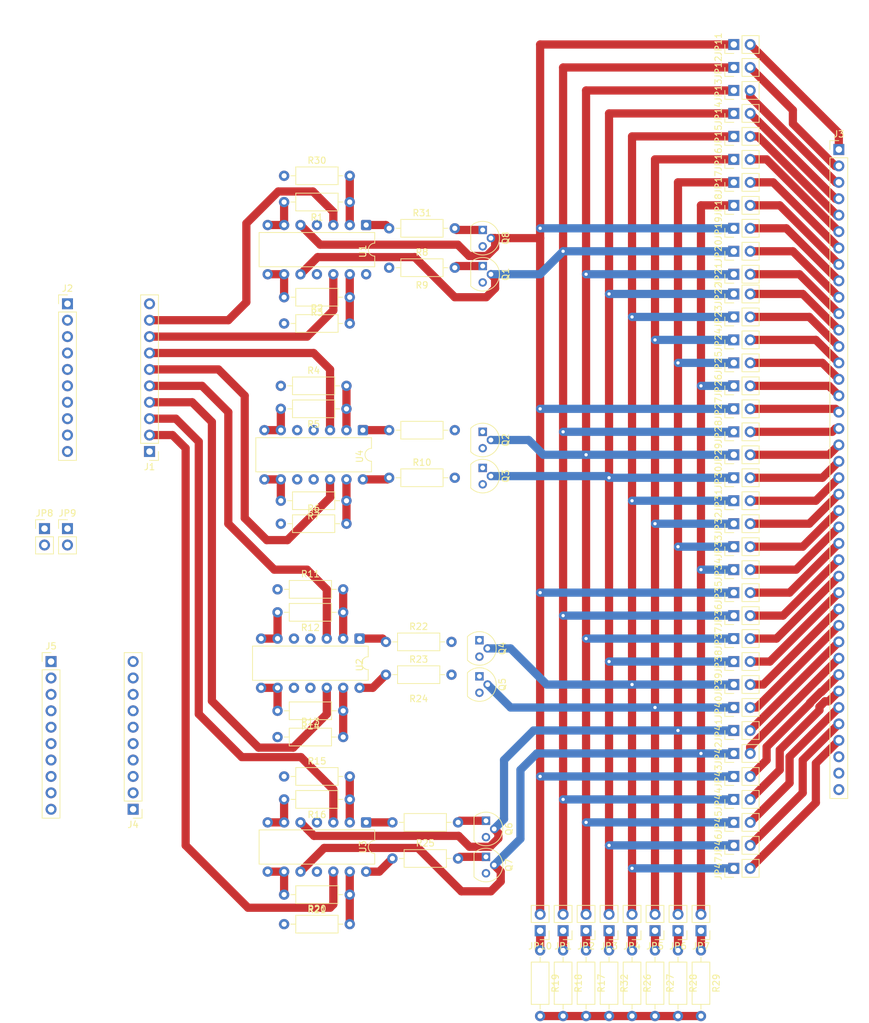
<source format=kicad_pcb>
(kicad_pcb (version 20241229) (generator "pcbnew") (generator_version "9.0")
  (layers (0 "F.Cu" signal) (2 "B.Cu" signal) (13 "F.Paste" user) (15 "B.Paste" user) (5 "F.SilkS" user "F.Silkscreen") (7 "B.SilkS" user "B.Silkscreen") (1 "F.Mask" user) (3 "B.Mask" user) (25 "Edge.Cuts" user))
  (net 0 "")
  (net 1 "/DAC6")
  (net 2 "/DAC4")
  (net 3 "/Vref")
  (net 4 "/DAC5")
  (net 5 "/DAC0")
  (net 6 "/DAC2")
  (net 7 "GND")
  (net 8 "/DAC3")
  (net 9 "/DAC7")
  (net 10 "/DAC1")
  (net 11 "/COM")
  (net 12 "/SCK2")
  (net 13 "/AD0")
  (net 14 "/REF")
  (net 16 "/SDA2")
  (net 17 "+3.3V")
  (net 19 "/AD1")
  (net 20 "Net-(J3-Pin_6)")
  (net 21 "Net-(J3-Pin_2)")
  (net 22 "Net-(J3-Pin_10)")
  (net 23 "Net-(J3-Pin_7)")
  (net 24 "Net-(J3-Pin_3)")
  (net 25 "Net-(J3-Pin_5)")
  (net 26 "Net-(J3-Pin_8)")
  (net 27 "Net-(J3-Pin_9)")
  (net 28 "Net-(J3-Pin_1)")
  (net 29 "Net-(J3-Pin_4)")
  (net 30 "/ADC4")
  (net 31 "/ADC6")
  (net 32 "/ADC5")
  (net 33 "/ADC0")
  (net 35 "/ADC7")
  (net 36 "/ADC3")
  (net 37 "/ADC1")
  (net 39 "/ADC2")
  (net 42 "/SCK1")
  (net 43 "/CLR")
  (net 45 "/SDA1")
  (net 46 "/LDAC")
  (net 48 "Net-(JP1-A)")
  (net 49 "/IO1")
  (net 50 "/IO2")
  (net 51 "Net-(JP2-A)")
  (net 52 "Net-(JP3-A)")
  (net 53 "/IO3")
  (net 54 "Net-(JP4-A)")
  (net 55 "/IO4")
  (net 56 "/IO5")
  (net 57 "Net-(JP5-A)")
  (net 58 "Net-(JP6-A)")
  (net 59 "/IO6")
  (net 60 "Net-(JP7-A)")
  (net 61 "/IO7")
  (net 62 "/IO0")
  (net 63 "Net-(JP10-A)")
  (net 64 "Net-(J3-Pin_11)")
  (net 65 "Net-(J3-Pin_12)")
  (net 66 "Net-(J3-Pin_13)")
  (net 67 "Net-(J3-Pin_14)")
  (net 68 "Net-(J3-Pin_15)")
  (net 69 "Net-(J3-Pin_16)")
  (net 70 "Net-(J3-Pin_17)")
  (net 71 "Net-(J3-Pin_18)")
  (net 72 "Net-(J3-Pin_19)")
  (net 73 "Net-(J3-Pin_20)")
  (net 74 "Net-(J3-Pin_21)")
  (net 75 "Net-(J3-Pin_22)")
  (net 76 "Net-(J3-Pin_23)")
  (net 77 "Net-(J3-Pin_24)")
  (net 78 "Net-(J3-Pin_25)")
  (net 79 "Net-(J3-Pin_26)")
  (net 80 "Net-(J3-Pin_27)")
  (net 81 "Net-(J3-Pin_28)")
  (net 82 "Net-(J3-Pin_29)")
  (net 83 "Net-(J3-Pin_30)")
  (net 84 "Net-(J3-Pin_31)")
  (net 85 "Net-(J3-Pin_32)")
  (net 86 "Net-(J3-Pin_33)")
  (net 87 "Net-(J3-Pin_34)")
  (net 88 "Net-(J3-Pin_35)")
  (net 89 "Net-(J3-Pin_36)")
  (net 90 "Net-(J3-Pin_37)")
  (net 91 "Net-(Q1-B)")
  (net 92 "Net-(Q2-B)")
  (net 93 "Net-(Q3-B)")
  (net 94 "Net-(Q4-B)")
  (net 95 "Net-(Q5-B)")
  (net 96 "Net-(Q6-B)")
  (net 97 "Net-(Q7-B)")
  (net 98 "Net-(Q8-B)")
  (net 99 "Net-(U1B--)")
  (net 100 "Net-(U4B--)")
  (net 101 "Net-(R8-Pad1)")
  (net 102 "Net-(R9-Pad1)")
  (net 103 "Net-(R10-Pad1)")
  (net 104 "Net-(U2B--)")
  (net 105 "Net-(U3B--)")
  (net 106 "-12V")
  (net 107 "Net-(R22-Pad1)")
  (net 108 "Net-(R23-Pad1)")
  (net 109 "Net-(R24-Pad1)")
  (net 110 "Net-(R25-Pad1)")
  (net 111 "Net-(R31-Pad1)")
  (net 112 "+6V")
  (net 113 "Net-(U1C--)")
  (net 114 "Net-(U4C--)")
  (net 115 "Net-(U2C--)")
  (net 116 "Net-(U3C--)")
  (footprint "Resistor_THT:R_Axial_DIN0207_L6.3mm_D2.5mm_P10.16mm_Horizontal" (layer "F.Cu") (at 186.944 45.212 180)
    (property "Reference" "R1")
    (property "Value" "10k")
  )
  (footprint "Connector_PinHeader_2.54mm:PinHeader_1x02_P2.54mm_Vertical" (layer "F.Cu") (at 219.964 157.988 180)
    (property "Reference" "JP1")
    (property "Value" "Jumper_2_Bridged")
  )
  (footprint "Resistor_THT:R_Axial_DIN0207_L6.3mm_D2.5mm_P10.16mm_Horizontal" (layer "F.Cu") (at 192.532 118.364)
    (property "Reference" "R23")
    (property "Value" "499")
  )
  (footprint "Resistor_THT:R_Axial_DIN0207_L6.3mm_D2.5mm_P10.16mm_Horizontal" (layer "F.Cu") (at 216.408 161.036 -90)
    (property "Reference" "R19")
    (property "Value" "2k")
  )
  (footprint "Connector_PinHeader_2.54mm:PinHeader_1x02_P2.54mm_Vertical" (layer "F.Cu") (at 139.7 95.753)
    (property "Reference" "JP8")
    (property "Value" "Jumper_2_Bridged")
  )
  (footprint "Connector_PinHeader_2.54mm:PinHeader_1x02_P2.54mm_Vertical" (layer "F.Cu") (at 246.38 127 90)
    (property "Reference" "JP41")
    (property "Value" "Jumper_2_Bridged")
  )
  (footprint "Resistor_THT:R_Axial_DIN0207_L6.3mm_D2.5mm_P10.16mm_Horizontal" (layer "F.Cu") (at 185.928 108.712 180)
    (property "Reference" "R12")
    (property "Value" "10k")
  )
  (footprint "Resistor_THT:R_Axial_DIN0207_L6.3mm_D2.5mm_P10.16mm_Horizontal" (layer "F.Cu") (at 227.076 161.036 -90)
    (property "Reference" "R32")
    (property "Value" "2k")
  )
  (footprint "Connector_PinHeader_2.54mm:PinHeader_1x02_P2.54mm_Vertical" (layer "F.Cu") (at 246.38 130.556 90)
    (property "Reference" "JP42")
    (property "Value" "Jumper_2_Bridged")
  )
  (footprint "Connector_PinHeader_2.54mm:PinHeader_1x02_P2.54mm_Vertical" (layer "F.Cu") (at 246.38 119.888 90)
    (property "Reference" "JP39")
    (property "Value" "Jumper_2_Bridged")
  )
  (footprint "Resistor_THT:R_Axial_DIN0207_L6.3mm_D2.5mm_P10.16mm_Horizontal" (layer "F.Cu") (at 230.632 161.036 -90)
    (property "Reference" "R26")
    (property "Value" "2k")
  )
  (footprint "Resistor_THT:R_Axial_DIN0207_L6.3mm_D2.5mm_P10.16mm_Horizontal" (layer "F.Cu") (at 176.276 73.66)
    (property "Reference" "R4")
    (property "Value" "2.5k")
  )
  (footprint "Resistor_THT:R_Axial_DIN0207_L6.3mm_D2.5mm_P10.16mm_Horizontal" (layer "F.Cu") (at 176.784 41.148)
    (property "Reference" "R30")
    (property "Value" "2.5k")
  )
  (footprint "Resistor_THT:R_Axial_DIN0207_L6.3mm_D2.5mm_P10.16mm_Horizontal" (layer "F.Cu") (at 186.436 91.44 180)
    (property "Reference" "R7")
    (property "Value" "10k")
  )
  (footprint "Resistor_THT:R_Axial_DIN0207_L6.3mm_D2.5mm_P10.16mm_Horizontal" (layer "F.Cu") (at 176.276 94.996)
    (property "Reference" "R6")
    (property "Value" "2.5k")
  )
  (footprint "Resistor_THT:R_Axial_DIN0207_L6.3mm_D2.5mm_P10.16mm_Horizontal" (layer "F.Cu") (at 185.928 123.952 180)
    (property "Reference" "R14")
    (property "Value" "10k")
  )
  (footprint "Resistor_THT:R_Axial_DIN0207_L6.3mm_D2.5mm_P10.16mm_Horizontal" (layer "F.Cu") (at 193.04 55.372)
    (property "Reference" "R8")
    (property "Value" "499")
  )
  (footprint "Package_TO_SOT_THT:TO-92" (layer "F.Cu") (at 208.026 140.97 -90)
    (property "Reference" "Q6")
    (property "Value" "Q_NPN_BEC")
  )
  (footprint "Resistor_THT:R_Axial_DIN0207_L6.3mm_D2.5mm_P10.16mm_Horizontal" (layer "F.Cu") (at 193.04 49.276)
    (property "Reference" "R31")
    (property "Value" "499")
  )
  (footprint "Resistor_THT:R_Axial_DIN0207_L6.3mm_D2.5mm_P10.16mm_Horizontal" (layer "F.Cu") (at 186.944 59.944 180)
    (property "Reference" "R3")
    (property "Value" "10k")
  )
  (footprint "Package_DIP:DIP-14_W7.62mm" (layer "F.Cu") (at 188.468 112.776 -90)
    (property "Reference" "U2")
    (property "Value" "TL084")
  )
  (footprint "Connector_PinHeader_2.54mm:PinHeader_1x02_P2.54mm_Vertical" (layer "F.Cu") (at 246.38 141.224 90)
    (property "Reference" "JP45")
    (property "Value" "Jumper_2_Bridged")
  )
  (footprint "Connector_PinHeader_2.54mm:PinHeader_1x02_P2.54mm_Vertical" (layer "F.Cu") (at 246.38 94.996 90)
    (property "Reference" "JP32")
    (property "Value" "Jumper_2_Bridged")
  )
  (footprint "Resistor_THT:R_Axial_DIN0207_L6.3mm_D2.5mm_P10.16mm_Horizontal" (layer "F.Cu") (at 186.436 77.216 180)
    (property "Reference" "R5")
    (property "Value" "10k")
  )
  (footprint "Connector_PinHeader_2.54mm:PinHeader_1x02_P2.54mm_Vertical" (layer "F.Cu") (at 246.38 137.668 90)
    (property "Reference" "JP44")
    (property "Value" "Jumper_2_Bridged")
  )
  (footprint "Connector_PinHeader_2.54mm:PinHeader_1x02_P2.54mm_Vertical" (layer "F.Cu") (at 246.38 91.44 90)
    (property "Reference" "JP31")
    (property "Value" "Jumper_2_Bridged")
  )
  (footprint "Connector_PinHeader_2.54mm:PinHeader_1x02_P2.54mm_Vertical" (layer "F.Cu") (at 246.38 42.164 90)
    (property "Reference" "JP17")
    (property "Value" "Jumper_2_Bridged")
  )
  (footprint "Resistor_THT:R_Axial_DIN0207_L6.3mm_D2.5mm_P10.16mm_Horizontal" (layer "F.Cu") (at 241.3 161.036 -90)
    (property "Reference" "R29")
    (property "Value" "2k")
  )
  (footprint "Connector_PinHeader_2.54mm:PinHeader_1x02_P2.54mm_Vertical" (layer "F.Cu") (at 246.38 105.664 90)
    (property "Reference" "JP35")
    (property "Value" "Jumper_2_Bridged")
  )
  (footprint "Connector_PinHeader_2.54mm:PinHeader_1x02_P2.54mm_Vertical" (layer "F.Cu") (at 246.38 66.548 90)
    (property "Reference" "JP24")
    (property "Value" "Jumper_2_Bridged")
  )
  (footprint "Connector_PinHeader_2.54mm:PinHeader_1x02_P2.54mm_Vertical" (layer "F.Cu") (at 241.3 157.988 180)
    (property "Reference" "JP7")
    (property "Value" "Jumper_2_Bridged")
  )
  (footprint "Connector_PinHeader_2.54mm:PinHeader_1x02_P2.54mm_Vertical" (layer "F.Cu") (at 246.38 102.108 90)
    (property "Reference" "JP34")
    (property "Value" "Jumper_2_Bridged")
  )
  (footprint "Package_TO_SOT_THT:TO-92" (layer "F.Cu") (at 208.026 146.558 -90)
    (property "Reference" "Q7")
    (property "Value" "Q_NPN_BEC")
  )
  (footprint "Resistor_THT:R_Axial_DIN0207_L6.3mm_D2.5mm_P10.16mm_Horizontal" (layer "F.Cu") (at 176.784 156.972)
    (property "Reference" "R20")
    (property "Value" "2.5k")
  )
  (footprint "Package_TO_SOT_THT:TO-92" (layer "F.Cu") (at 207.518 86.36 -90)
    (property "Reference" "Q3")
    (property "Value" "Q_NPN_BEC")
  )
  (footprint "Resistor_THT:R_Axial_DIN0207_L6.3mm_D2.5mm_P10.16mm_Horizontal" (layer "F.Cu") (at 176.784 64.008)
    (property "Reference" "R2")
    (property "Value" "2.5k")
  )
  (footprint "Connector_PinHeader_2.54mm:PinHeader_1x02_P2.54mm_Vertical" (layer "F.Cu") (at 246.38 77.216 90)
    (property "Reference" "JP27")
    (property "Value" "Jumper_2_Bridged")
  )
  (footprint "Package_TO_SOT_THT:TO-92" (layer "F.Cu") (at 207.01 113.03 -90)
    (property "Reference" "Q4")
    (property "Value" "Q_NPN_BEC")
  )
  (footprint "Connector_PinHeader_2.54mm:PinHeader_1x02_P2.54mm_Vertical" (layer "F.Cu") (at 246.38 112.776 90)
    (property "Reference" "JP37")
    (property "Value" "Jumper_2_Bridged")
  )
  (footprint "Package_TO_SOT_THT:TO-92" (layer "F.Cu") (at 207.518 55.118 -90)
    (property "Reference" "Q1")
    (property "Value" "Q_NPN_BEC")
  )
  (footprint "Connector_PinHeader_2.54mm:PinHeader_1x02_P2.54mm_Vertical" (layer "F.Cu") (at 143.256 95.753)
    (property "Reference" "JP9")
    (property "Value" "Jumper_2_Bridged")
  )
  (footprint "Connector_PinHeader_2.54mm:PinHeader_1x02_P2.54mm_Vertical" (layer "F.Cu") (at 246.38 80.772 90)
    (property "Reference" "JP28")
    (property "Value" "Jumper_2_Bridged")
  )
  (footprint "Connector_PinHeader_2.54mm:PinHeader_1x10_P2.54mm_Vertical" (layer "F.Cu") (at 155.956 83.82 180)
    (property "Reference" "J1")
    (property "Value" "DAC6578_2")
  )
  (footprint "Connector_PinHeader_2.54mm:PinHeader_1x02_P2.54mm_Vertical" (layer "F.Cu") (at 246.38 59.436 90)
    (property "Reference" "JP22")
    (property "Value" "Jumper_2_Bridged")
  )
  (footprint "Connector_PinHeader_2.54mm:PinHeader_1x02_P2.54mm_Vertical" (layer "F.Cu") (at 246.38 134.112 90)
    (property "Reference" "JP43")
    (property "Value" "Jumper_2_Bridged")
  )
  (footprint "Connector_PinHeader_2.54mm:PinHeader_1x10_P2.54mm_Vertical" (layer "F.Cu") (at 140.716 116.332)
    (property "Reference" "J5")
    (property "Value" "DAC6578_1")
  )
  (footprint "Connector_PinHeader_2.54mm:PinHeader_1x02_P2.54mm_Vertical" (layer "F.Cu") (at 246.38 84.328 90)
    (property "Reference" "JP29")
    (property "Value" "Jumper_2_Bridged")
  )
  (footprint "Resistor_THT:R_Axial_DIN0207_L6.3mm_D2.5mm_P10.16mm_Horizontal" (layer "F.Cu") (at 193.04 87.884)
    (property "Reference" "R10")
    (property "Value" "499")
  )
  (footprint "Connector_PinHeader_2.54mm:PinHeader_1x02_P2.54mm_Vertical" (layer "F.Cu") (at 246.38 87.884 90)
    (property "Reference" "JP30")
    (property "Value" "Jumper_2_Bridged")
  )
  (footprint "Connector_PinHeader_2.54mm:PinHeader_1x02_P2.54mm_Vertical" (layer "F.Cu") (at 246.38 123.444 90)
    (property "Reference" "JP40")
    (property "Value" "Jumper_2_Bridged")
  )
  (footprint "Connector_PinHeader_2.54mm:PinHeader_1x02_P2.54mm_Vertical" (layer "F.Cu") (at 246.38 45.72 90)
    (property "Reference" "JP18")
    (property "Value" "Jumper_2_Bridged")
  )
  (footprint "Connector_PinHeader_2.54mm:PinHeader_1x02_P2.54mm_Vertical" (layer "F.Cu") (at 230.632 157.988 180)
    (property "Reference" "JP4")
    (property "Value" "Jumper_2_Bridged")
  )
  (footprint "Resistor_THT:R_Axial_DIN0207_L6.3mm_D2.5mm_P10.16mm_Horizontal" (layer "F.Cu") (at 186.944 152.4 180)
    (property "Reference" "R21")
    (property "Value" "10k")
  )
  (footprint "Resistor_THT:R_Axial_DIN0207_L6.3mm_D2.5mm_P10.16mm_Horizontal" (layer "F.Cu") (at 193.04 80.518)
    (property "Reference" "R9")
    (property "Value" "499")
  )
  (footprint "Connector_PinHeader_2.54mm:PinHeader_1x02_P2.54mm_Vertical" (layer "F.Cu") (at 223.52 157.988 180)
    (property "Reference" "JP2")
    (property "Value" "Jumper_2_Bridged")
  )
  (footprint "Resistor_THT:R_Axial_DIN0207_L6.3mm_D2.5mm_P10.16mm_Horizontal" (layer "F.Cu") (at 175.768 105.156)
    (property "Reference" "R11")
    (property "Value" "2.5k")
  )
  (footprint "Connector_PinHeader_2.54mm:PinHeader_1x02_P2.54mm_Vertical" (layer "F.Cu") (at 246.38 38.608 90)
    (property "Reference" "JP16")
    (property "Value" "Jumper_2_Bridged")
  )
  (footprint "Resistor_THT:R_Axial_DIN0207_L6.3mm_D2.5mm_P10.16mm_Horizontal" (layer "F.Cu") (at 176.784 134.112)
    (property "Reference" "R15")
    (property "Value" "2.5k")
  )
  (footprint "Connector_PinHeader_2.54mm:PinHeader_1x02_P2.54mm_Vertical" (layer "F.Cu") (at 246.38 116.332 90)
    (property "Reference" "JP38")
    (property "Value" "Jumper_2_Bridged")
  )
  (footprint "Connector_PinHeader_2.54mm:PinHeader_1x02_P2.54mm_Vertical" (layer "F.Cu") (at 246.38 73.66 90)
    (property "Reference" "JP26")
    (property "Value" "Jumper_2_Bridged")
  )
  (footprint "Connector_PinHeader_2.54mm:PinHeader_1x02_P2.54mm_Vertical" (layer "F.Cu") (at 246.38 70.104 90)
    (property "Reference" "JP25")
    (property "Value" "Jumper_2_Bridged")
  )
  (footprint "Connector_PinHeader_2.54mm:PinHeader_1x02_P2.54mm_Vertical" (layer "F.Cu") (at 246.38 31.496 90)
    (property "Reference" "JP14")
    (property "Value" "Jumper_2_Bridged")
  )
  (footprint "Resistor_THT:R_Axial_DIN0207_L6.3mm_D2.5mm_P10.16mm_Horizontal" (layer "F.Cu") (at 186.944 137.668 180)
    (property "Reference" "R16")
    (property "Value" "10k")
  )
  (footprint "Connector_PinHeader_2.54mm:PinHeader_1x02_P2.54mm_Vertical" (layer "F.Cu") (at 227.076 157.988 180)
    (property "Reference" "JP3")
    (property "Value" "Jumper_2_Bridged")
  )
  (footprint "Package_TO_SOT_THT:TO-92" (layer "F.Cu") (at 207.518 80.772 -90)
    (property "Reference" "Q2")
    (property "Value" "Q_NPN_BEC")
  )
  (footprint "Connector_PinHeader_2.54mm:PinHeader_1x02_P2.54mm_Vertical" (layer "F.Cu") (at 216.408 157.988 180)
    (property "Reference" "JP10")
    (property "Value" "Jumper_2_Bridged")
  )
  (footprint "Connector_PinHeader_2.54mm:PinHeader_1x10_P2.54mm_Vertical" (layer "F.Cu") (at 143.256 60.96)
    (property "Reference" "J2")
    (property "Value" "ADS7830_1")
  )
  (footprint "Connector_PinHeader_2.54mm:PinHeader_1x02_P2.54mm_Vertical" (layer "F.Cu") (at 234.188 157.988 180)
    (property "Reference" "JP5")
    (property "Value" "Jumper_2_Bridged")
  )
  (footprint "Connector_PinHeader_2.54mm:PinHeader_1x02_P2.54mm_Vertical" (layer "F.Cu") (at 246.38 98.552 90)
    (property "Reference" "JP33")
    (property "Value" "Jumper_2_Bridged")
  )
  (footprint "Connector_PinHeader_2.54mm:PinHeader_1x02_P2.54mm_Vertical" (layer "F.Cu") (at 246.38 49.276 90)
    (property "Reference" "JP19")
    (property "Value" "Jumper_2_Bridged")
  )
  (footprint "Connector_PinHeader_2.54mm:PinHeader_1x02_P2.54mm_Vertical" (layer "F.Cu") (at 246.38 24.384 90)
    (property "Reference" "JP12")
    (property "Value" "Jumper_2_Bridged")
  )
  (footprint "Resistor_THT:R_Axial_DIN0207_L6.3mm_D2.5mm_P10.16mm_Horizontal" (layer "F.Cu") (at 192.532 113.284)
    (property "Reference" "R22")
    (property "Value" "499")
  )
  (footprint "Resistor_THT:R_Axial_DIN0207_L6.3mm_D2.5mm_P10.16mm_Horizontal" (layer "F.Cu") (at 193.548 146.812)
    (property "Reference" "R25")
    (property "Value" "499")
  )
  (footprint "Connector_PinHeader_2.54mm:PinHeader_1x40_P2.54mm_Vertical" (layer "F.Cu") (at 262.636 37.084)
    (property "Reference" "J3")
    (property "Value" "Conn_01x40")
  )
  (footprint "Resistor_THT:R_Axial_DIN0207_L6.3mm_D2.5mm_P10.16mm_Horizontal" (layer "F.Cu") (at 175.768 128.016)
    (property "Reference" "R13")
    (property "Value" "2.5k")
  )
  (footprint "Connector_PinHeader_2.54mm:PinHeader_1x02_P2.54mm_Vertical" (layer "F.Cu") (at 246.38 20.828 90)
    (property "Reference" "JP11")
    (property "Value" "Jumper_2_Bridged")
  )
  (footprint "Connector_PinHeader_2.54mm:PinHeader_1x02_P2.54mm_Vertical" (layer "F.Cu") (at 246.38 27.94 90)
    (property "Reference" "JP13")
    (property "Value" "Jumper_2_Bridged")
  )
  (footprint "Connector_PinHeader_2.54mm:PinHeader_1x02_P2.54mm_Vertical" (layer "F.Cu") (at 246.38 35.052 90)
    (property "Reference" "JP15")
    (property "Value" "Jumper_2_Bridged")
  )
  (footprint "Resistor_THT:R_Axial_DIN0207_L6.3mm_D2.5mm_P10.16mm_Horizontal" (layer "F.Cu") (at 219.964 161.036 -90)
    (property "Reference" "R18")
    (property "Value" "2k")
  )
  (footprint "Package_DIP:DIP-14_W7.62mm" (layer "F.Cu") (at 188.976 80.518 -90)
    (property "Reference" "U4")
    (property "Value" "TL084")
  )
  (footprint "Resistor_THT:R_Axial_DIN0207_L6.3mm_D2.5mm_P10.16mm_Horizontal" (layer "F.Cu") (at 193.548 141.224)
    (property "Reference" "R24")
    (property "Value" "499")
  )
  (footprint "Package_DIP:DIP-14_W7.62mm" (layer "F.Cu") (at 189.484 48.768 -90)
    (property "Reference" "U1")
    (property "Value" "TL084")
  )
  (footprint "Package_TO_SOT_THT:TO-92" (layer "F.Cu") (at 207.518 49.53 -90)
    (property "Reference" "Q8")
    (property "Value" "Q_NPN_BEC")
  )
  (footprint "Connector_PinHeader_2.54mm:PinHeader_1x02_P2.54mm_Vertical" (layer "F.Cu") (at 246.38 144.78 90)
    (property "Reference" "JP46")
    (property "Value" "Jumper_2_Bridged")
  )
  (footprint "Package_DIP:DIP-14_W7.62mm" (layer "F.Cu") (at 189.484 141.224 -90)
    (property "Reference" "U3")
    (property "Value" "TL084")
  )
  (footprint "Connector_PinHeader_2.54mm:PinHeader_1x02_P2.54mm_Vertical" (layer "F.Cu") (at 246.38 52.832 90)
    (property "Reference" "JP20")
    (property "Value" "Jumper_2_Bridged")
  )
  (footprint "Connector_PinHeader_2.54mm:PinHeader_1x02_P2.54mm_Vertical" (layer "F.Cu") (at 246.38 109.22 90)
    (property "Reference" "JP36")
    (property "Value" "Jumper_2_Bridged")
  )
  (footprint "Resistor_THT:R_Axial_DIN0207_L6.3mm_D2.5mm_P10.16mm_Horizontal" (layer "F.Cu") (at 237.744 161.036 -90)
    (property "Reference" "R28")
    (property "Value" "2k")
  )
  (footprint "Connector_PinHeader_2.54mm:PinHeader_1x02_P2.54mm_Vertical" (layer "F.Cu") (at 237.744 157.988 180)
    (property "Reference" "JP6")
    (property "Value" "Jumper_2_Bridged")
  )
  (footprint "Resistor_THT:R_Axial_DIN0207_L6.3mm_D2.5mm_P10.16mm_Horizontal" (layer "F.Cu") (at 234.188 161.036 -90)
    (property "Reference" "R27")
    (property "Value" "2k")
  )
  (footprint "Connector_PinHeader_2.54mm:PinHeader_1x02_P2.54mm_Vertical" (layer "F.Cu") (at 246.38 148.336 90)
    (property "Reference" "JP47")
    (property "Value" "Jumper_2_Bridged")
  )
  (footprint "Connector_PinHeader_2.54mm:PinHeader_1x10_P2.54mm_Vertical" (layer "F.Cu") (at 153.416 139.192 180)
    (property "Reference" "J4")
    (property "Value" "ADS7830_2")
  )
  (footprint "Package_TO_SOT_THT:TO-92" (layer "F.Cu") (at 207.01 118.618 -90)
    (property "Reference" "Q5")
    (property "Value" "Q_NPN_BEC")
  )
  (footprint "Connector_PinHeader_2.54mm:PinHeader_1x02_P2.54mm_Vertical" (layer "F.Cu") (at 246.38 56.388 90)
    (property "Reference" "JP21")
    (property "Value" "Jumper_2_Bridged")
  )
  (footprint "Connector_PinHeader_2.54mm:PinHeader_1x02_P2.54mm_Vertical" (layer "F.Cu") (at 246.38 62.992 90)
    (property "Reference" "JP23")
    (property "Value" "Jumper_2_Bridged")
  )
  (footprint "Resistor_THT:R_Axial_DIN0207_L6.3mm_D2.5mm_P10.16mm_Horizontal" (layer "F.Cu") (at 223.52 161.036 -90)
    (property "Reference" "R17")
    (property "Value" "2k")
  )
  (segment (start 155.956 78.74) (end 160.02 78.74) (width 1.27) (layer "F.Cu") (net 1))
  (segment (start 179.382 131.122) (end 184.404 136.144) (width 1.27) (layer "F.Cu") (net 1))
  (segment (start 160.02 78.74) (end 163.576 82.296) (width 1.27) (layer "F.Cu") (net 1))
  (segment (start 163.576 82.296) (end 163.576 124.46) (width 1.27) (layer "F.Cu") (net 1))
  (segment (start 163.576 124.46) (end 170.238 131.122) (width 1.27) (layer "F.Cu") (net 1))
  (segment (start 184.404 136.144) (end 184.404 141.224) (width 1.27) (layer "F.Cu") (net 1))
  (segment (start 170.238 131.122) (end 179.382 131.122) (width 1.27) (layer "F.Cu") (net 1))
  (segment (start 168.148 94.996) (end 175.26 102.108) (width 1.27) (layer "F.Cu") (net 2))
  (segment (start 180.34 102.108) (end 183.388 105.156) (width 1.27) (layer "F.Cu") (net 2))
  (segment (start 183.388 105.156) (end 183.388 112.776) (width 1.27) (layer "F.Cu") (net 2))
  (segment (start 155.956 73.66) (end 164.084 73.66) (width 1.27) (layer "F.Cu") (net 2))
  (segment (start 175.26 102.108) (end 180.34 102.108) (width 1.27) (layer "F.Cu") (net 2))
  (segment (start 168.148 77.724) (end 168.148 94.996) (width 1.27) (layer "F.Cu") (net 2))
  (segment (start 164.084 73.66) (end 168.148 77.724) (width 1.27) (layer "F.Cu") (net 2))
  (segment (start 165.608 122.428) (end 165.608 79.248) (width 1.27) (layer "F.Cu") (net 4))
  (segment (start 172.832 129.652) (end 165.608 122.428) (width 1.27) (layer "F.Cu") (net 4))
  (segment (start 162.56 76.2) (end 155.956 76.2) (width 1.27) (layer "F.Cu") (net 4))
  (segment (start 183.388 124.46) (end 178.196 129.652) (width 1.27) (layer "F.Cu") (net 4))
  (segment (start 165.608 79.248) (end 162.56 76.2) (width 1.27) (layer "F.Cu") (net 4))
  (segment (start 178.196 129.652) (end 172.832 129.652) (width 1.27) (layer "F.Cu") (net 4))
  (segment (start 183.388 120.396) (end 183.388 124.46) (width 1.27) (layer "F.Cu") (net 4))
  (segment (start 168.148 63.5) (end 170.942 60.706) (width 1.27) (layer "F.Cu") (net 5))
  (segment (start 155.956 63.5) (end 168.148 63.5) (width 1.27) (layer "F.Cu") (net 5))
  (segment (start 184.404 46.736) (end 184.404 48.768) (width 1.27) (layer "F.Cu") (net 5))
  (segment (start 170.942 48.514) (end 175.88 43.576) (width 1.27) (layer "F.Cu") (net 5))
  (segment (start 181.244 43.576) (end 184.404 46.736) (width 1.27) (layer "F.Cu") (net 5))
  (segment (start 170.942 60.706) (end 170.942 48.514) (width 1.27) (layer "F.Cu") (net 5))
  (segment (start 175.88 43.576) (end 181.244 43.576) (width 1.27) (layer "F.Cu") (net 5))
  (segment (start 181.356 68.58) (end 183.896 71.12) (width 1.27) (layer "F.Cu") (net 6))
  (segment (start 155.956 68.58) (end 181.356 68.58) (width 1.27) (layer "F.Cu") (net 6))
  (segment (start 183.896 71.12) (end 183.896 80.518) (width 1.27) (layer "F.Cu") (net 6))
  (segment (start 177.292 97.536) (end 183.896 90.932) (width 1.27) (layer "F.Cu") (net 8))
  (segment (start 166.624 71.12) (end 170.688 75.184) (width 1.27) (layer "F.Cu") (net 8))
  (segment (start 155.956 71.12) (end 166.624 71.12) (width 1.27) (layer "F.Cu") (net 8))
  (segment (start 170.688 75.184) (end 170.688 94.120827) (width 1.27) (layer "F.Cu") (net 8))
  (segment (start 183.896 90.932) (end 183.896 88.138) (width 1.27) (layer "F.Cu") (net 8))
  (segment (start 174.103173 97.536) (end 177.292 97.536) (width 1.27) (layer "F.Cu") (net 8))
  (segment (start 170.688 94.120827) (end 174.103173 97.536) (width 1.27) (layer "F.Cu") (net 8))
  (segment (start 184.404 148.844) (end 184.404 153.924) (width 1.27) (layer "F.Cu") (net 9))
  (segment (start 184.404 153.924) (end 183.896 154.432) (width 1.27) (layer "F.Cu") (net 9))
  (segment (start 183.896 154.432) (end 171.196 154.432) (width 1.27) (layer "F.Cu") (net 9))
  (segment (start 161.544 83.312) (end 159.512 81.28) (width 1.27) (layer "F.Cu") (net 9))
  (segment (start 171.196 154.432) (end 161.544 144.78) (width 1.27) (layer "F.Cu") (net 9))
  (segment (start 159.512 81.28) (end 155.956 81.28) (width 1.27) (layer "F.Cu") (net 9))
  (segment (start 161.544 144.78) (end 161.544 83.312) (width 1.27) (layer "F.Cu") (net 9))
  (segment (start 184.404 61.976) (end 180.34 66.04) (width 1.27) (layer "F.Cu") (net 10))
  (segment (start 184.404 56.388) (end 184.404 61.976) (width 1.27) (layer "F.Cu") (net 10))
  (segment (start 180.34 66.04) (end 155.956 66.04) (width 1.27) (layer "F.Cu") (net 10))
  (segment (start 251.46 38.608) (end 262.636 49.784) (width 1.27) (layer "F.Cu") (net 20))
  (segment (start 248.92 38.608) (end 251.46 38.608) (width 1.27) (layer "F.Cu") (net 20))
  (segment (start 255.524 30.988) (end 255.524 33.076828) (width 1.27) (layer "F.Cu") (net 21))
  (segment (start 262.071172 39.624) (end 262.636 39.624) (width 1.27) (layer "F.Cu") (net 21))
  (segment (start 248.92 24.384) (end 255.524 30.988) (width 1.27) (layer "F.Cu") (net 21))
  (segment (start 255.524 33.076828) (end 262.071172 39.624) (width 1.27) (layer "F.Cu") (net 21))
  (segment (start 255.524 52.832) (end 262.636 59.944) (width 1.27) (layer "F.Cu") (net 22))
  (segment (start 248.92 52.832) (end 255.524 52.832) (width 1.27) (layer "F.Cu") (net 22))
  (segment (start 252.476 42.164) (end 262.636 52.324) (width 1.27) (layer "F.Cu") (net 23))
  (segment (start 248.92 42.164) (end 252.476 42.164) (width 1.27) (layer "F.Cu") (net 23))
  (segment (start 262.174894 42.164) (end 262.636 42.164) (width 1.27) (layer "F.Cu") (net 24))
  (segment (start 248.92 28.909106) (end 262.174894 42.164) (width 1.27) (layer "F.Cu") (net 24))
  (segment (start 248.92 27.94) (end 248.92 28.909106) (width 1.27) (layer "F.Cu") (net 24))
  (segment (start 248.92 35.052) (end 250.122081 35.052) (width 1.27) (layer "F.Cu") (net 25))
  (segment (start 250.122081 35.052) (end 262.314081 47.244) (width 1.27) (layer "F.Cu") (net 25))
  (segment (start 262.314081 47.244) (end 262.636 47.244) (width 1.27) (layer "F.Cu") (net 25))
  (segment (start 253.492 45.72) (end 262.636 54.864) (width 1.27) (layer "F.Cu") (net 26))
  (segment (start 248.92 45.72) (end 253.492 45.72) (width 1.27) (layer "F.Cu") (net 26))
  (segment (start 254.508 49.276) (end 262.636 57.404) (width 1.27) (layer "F.Cu") (net 27))
  (segment (start 248.92 49.276) (end 254.508 49.276) (width 1.27) (layer "F.Cu") (net 27))
  (segment (start 262.636 34.544) (end 262.636 37.084) (width 1.27) (layer "F.Cu") (net 28))
  (segment (start 248.92 20.828) (end 262.636 34.544) (width 1.27) (layer "F.Cu") (net 28))
  (segment (start 262.128 44.704) (end 262.636 44.704) (width 1.27) (layer "F.Cu") (net 29))
  (segment (start 248.92 31.496) (end 262.128 44.704) (width 1.27) (layer "F.Cu") (net 29))
  (segment (start 185.928 112.776) (end 185.928 105.156) (width 1.27) (layer "F.Cu") (net 30))
  (segment (start 186.944 141.224) (end 186.944 134.112) (width 1.27) (layer "F.Cu") (net 31))
  (segment (start 185.928 120.396) (end 185.928 128.016) (width 1.27) (layer "F.Cu") (net 32))
  (segment (start 186.944 48.768) (end 186.944 41.148) (width 1.27) (layer "F.Cu") (net 33))
  (segment (start 186.944 148.844) (end 186.944 156.972) (width 1.27) (layer "F.Cu") (net 35))
  (segment (start 186.436 88.138) (end 186.436 94.996) (width 1.27) (layer "F.Cu") (net 36))
  (segment (start 186.944 56.388) (end 186.944 64.008) (width 1.27) (layer "F.Cu") (net 37))
  (segment (start 186.436 77.216) (end 186.436 80.518) (width 1.27) (layer "F.Cu") (net 39))
  (segment (start 186.436 73.66) (end 186.436 77.216) (width 1.27) (layer "F.Cu") (net 39))
  (segment (start 219.964 157.988) (end 219.964 161.036) (width 1.27) (layer "F.Cu") (net 48))
  (segment (start 209.437999 58.566762) (end 209.437999 57.037999) (width 1.27) (layer "F.Cu") (net 49))
  (segment (start 219.964 155.448) (end 219.964 137.668) (width 1.27) (layer "F.Cu") (net 49))
  (segment (start 219.964 137.668) (end 219.964 109.22) (width 1.27) (layer "F.Cu") (net 49))
  (segment (start 219.964 80.772) (end 219.964 52.832) (width 1.27) (layer "F.Cu") (net 49))
  (segment (start 219.964 24.384) (end 246.38 24.384) (width 1.27) (layer "F.Cu") (net 49))
  (segment (start 181.976 53.736) (end 196.992 53.736) (width 1.27) (layer "F.Cu") (net 49))
  (segment (start 179.324 56.388) (end 181.976 53.736) (width 1.27) (layer "F.Cu") (net 49))
  (segment (start 196.992 53.736) (end 203.2 59.944) (width 1.27) (layer "F.Cu") (net 49))
  (segment (start 209.437999 57.037999) (end 208.788 56.388) (width 1.27) (layer "F.Cu") (net 49))
  (segment (start 219.964 52.832) (end 219.964 24.384) (width 1.27) (layer "F.Cu") (net 49))
  (segment (start 203.2 59.944) (end 208.060761 59.944) (width 1.27) (layer "F.Cu") (net 49))
  (segment (start 208.060761 59.944) (end 209.437999 58.566762) (width 1.27) (layer "F.Cu") (net 49))
  (segment (start 219.964 109.22) (end 219.964 80.772) (width 1.27) (layer "F.Cu") (net 49))
  (via (at 219.964 80.772) (size 1.27) (drill 0.508) (layers "F.Cu" "B.Cu") (net 49))
  (via (at 219.964 137.668) (size 1.27) (drill 0.508) (layers "F.Cu" "B.Cu") (net 49))
  (via (at 219.964 52.832) (size 1.27) (drill 0.508) (layers "F.Cu" "B.Cu") (net 49))
  (via (at 219.964 109.22) (size 1.27) (drill 0.508) (layers "F.Cu" "B.Cu") (net 49))
  (segment (start 246.38 52.832) (end 219.964 52.832) (width 1.27) (layer "B.Cu") (net 49))
  (segment (start 246.38 80.772) (end 219.964 80.772) (width 1.27) (layer "B.Cu") (net 49))
  (segment (start 246.38 109.22) (end 219.964 109.22) (width 1.27) (layer "B.Cu") (net 49))
  (segment (start 246.38 137.668) (end 219.964 137.668) (width 1.27) (layer "B.Cu") (net 49))
  (segment (start 216.408 56.388) (end 219.964 52.832) (width 1.27) (layer "B.Cu") (net 49))
  (segment (start 208.788 56.388) (end 216.408 56.388) (width 1.27) (layer "B.Cu") (net 49))
  (segment (start 223.52 112.776) (end 223.52 84.328) (width 1.27) (layer "F.Cu") (net 50))
  (segment (start 223.52 56.388) (end 223.52 27.94) (width 1.27) (layer "F.Cu") (net 50))
  (segment (start 223.52 155.448) (end 223.52 141.224) (width 1.27) (layer "F.Cu") (net 50))
  (segment (start 223.52 27.94) (end 246.38 27.94) (width 1.27) (layer "F.Cu") (net 50))
  (segment (start 223.52 141.224) (end 223.52 112.776) (width 1.27) (layer "F.Cu") (net 50))
  (segment (start 223.52 84.328) (end 223.52 56.388) (width 1.27) (layer "F.Cu") (net 50))
  (via (at 223.52 112.776) (size 1.27) (drill 0.508) (layers "F.Cu" "B.Cu") (net 50))
  (via (at 223.52 56.388) (size 1.27) (drill 0.508) (layers "F.Cu" "B.Cu") (net 50))
  (via (at 223.52 141.224) (size 1.27) (drill 0.508) (layers "F.Cu" "B.Cu") (net 50))
  (via (at 223.52 84.328) (size 1.27) (drill 0.508) (layers "F.Cu" "B.Cu") (net 50))
  (segment (start 208.788 82.042) (end 214.63 82.042) (width 1.27) (layer "B.Cu") (net 50))
  (segment (start 214.63 82.042) (end 216.916 84.328) (width 1.27) (layer "B.Cu") (net 50))
  (segment (start 216.916 84.328) (end 223.52 84.328) (width 1.27) (layer "B.Cu") (net 50))
  (segment (start 246.38 56.388) (end 223.52 56.388) (width 1.27) (layer "B.Cu") (net 50))
  (segment (start 246.38 141.224) (end 223.52 141.224) (width 1.27) (layer "B.Cu") (net 50))
  (segment (start 246.38 112.776) (end 223.52 112.776) (width 1.27) (layer "B.Cu") (net 50))
  (segment (start 246.38 84.328) (end 223.52 84.328) (width 1.27) (layer "B.Cu") (net 50))
  (segment (start 223.52 157.988) (end 223.52 161.036) (width 1.27) (layer "F.Cu") (net 51))
  (segment (start 227.076 157.988) (end 227.076 161.036) (width 1.27) (layer "F.Cu") (net 52))
  (segment (start 227.076 31.496) (end 246.38 31.496) (width 1.27) (layer "F.Cu") (net 53))
  (segment (start 227.076 144.78) (end 227.076 116.332) (width 1.27) (layer "F.Cu") (net 53))
  (segment (start 227.076 59.436) (end 227.076 31.496) (width 1.27) (layer "F.Cu") (net 53))
  (segment (start 227.076 155.448) (end 227.076 144.78) (width 1.27) (layer "F.Cu") (net 53))
  (segment (start 227.076 116.332) (end 227.076 59.436) (width 1.27) (layer "F.Cu") (net 53))
  (via (at 227.076 59.436) (size 1.27) (drill 0.508) (layers "F.Cu" "B.Cu") (net 53))
  (via (at 227.076 144.78) (size 1.27) (drill 0.508) (layers "F.Cu" "B.Cu") (net 53))
  (via (at 227.076 87.884) (size 1.27) (drill 0.508) (layers "F.Cu" "B.Cu") (net 53))
  (via (at 227.076 116.332) (size 1.27) (drill 0.508) (layers "F.Cu" "B.Cu") (net 53))
  (segment (start 246.38 87.884) (end 227.076 87.884) (width 1.27) (layer "B.Cu") (net 53))
  (segment (start 246.38 59.436) (end 227.076 59.436) (width 1.27) (layer "B.Cu") (net 53))
  (segment (start 226.822 87.63) (end 227.076 87.884) (width 1.27) (layer "B.Cu") (net 53))
  (segment (start 246.38 116.332) (end 227.076 116.332) (width 1.27) (layer "B.Cu") (net 53))
  (segment (start 246.38 144.78) (end 227.076 144.78) (width 1.27) (layer "B.Cu") (net 53))
  (segment (start 208.788 87.63) (end 226.822 87.63) (width 1.27) (layer "B.Cu") (net 53))
  (segment (start 230.632 157.988) (end 230.632 161.036) (width 1.27) (layer "F.Cu") (net 54))
  (segment (start 230.632 35.052) (end 246.38 35.052) (width 1.27) (layer "F.Cu") (net 55))
  (segment (start 230.632 155.448) (end 230.632 148.336) (width 1.27) (layer "F.Cu") (net 55))
  (segment (start 230.632 62.992) (end 230.632 35.052) (width 1.27) (layer "F.Cu") (net 55))
  (segment (start 230.632 148.336) (end 230.632 119.888) (width 1.27) (layer "F.Cu") (net 55))
  (segment (start 230.632 91.44) (end 230.632 62.992) (width 1.27) (layer "F.Cu") (net 55))
  (segment (start 230.632 119.888) (end 230.632 91.44) (width 1.27) (layer "F.Cu") (net 55))
  (via (at 230.632 62.992) (size 1.27) (drill 0.508) (layers "F.Cu" "B.Cu") (net 55))
  (via (at 230.632 119.888) (size 1.27) (drill 0.508) (layers "F.Cu" "B.Cu") (net 55))
  (via (at 230.632 148.336) (size 1.27) (drill 0.508) (layers "F.Cu" "B.Cu") (net 55))
  (via (at 230.632 91.44) (size 1.27) (drill 0.508) (layers "F.Cu" "B.Cu") (net 55))
  (segment (start 246.38 119.888) (end 230.632 119.888) (width 1.27) (layer "B.Cu") (net 55))
  (segment (start 208.28 114.3) (end 211.836 114.3) (width 1.27) (layer "B.Cu") (net 55))
  (segment (start 246.38 148.336) (end 230.632 148.336) (width 1.27) (layer "B.Cu") (net 55))
  (segment (start 217.424 119.888) (end 230.632 119.888) (width 1.27) (layer "B.Cu") (net 55))
  (segment (start 246.38 62.992) (end 230.632 62.992) (width 1.27) (layer "B.Cu") (net 55))
  (segment (start 246.38 91.44) (end 230.632 91.44) (width 1.27) (layer "B.Cu") (net 55))
  (segment (start 211.836 114.3) (end 217.424 119.888) (width 1.27) (layer "B.Cu") (net 55))
  (segment (start 234.188 155.448) (end 234.188 123.444) (width 1.27) (layer "F.Cu") (net 56))
  (segment (start 234.188 38.608) (end 246.38 38.608) (width 1.27) (layer "F.Cu") (net 56))
  (segment (start 234.188 94.996) (end 234.188 38.608) (width 1.27) (layer "F.Cu") (net 56))
  (segment (start 234.188 123.444) (end 234.188 94.996) (width 1.27) (layer "F.Cu") (net 56))
  (via (at 234.188 123.444) (size 1.27) (drill 0.508) (layers "F.Cu" "B.Cu") (net 56))
  (via (at 234.188 94.996) (size 1.27) (drill 0.508) (layers "F.Cu" "B.Cu") (net 56))
  (via (at 234.188 66.548) (size 1.27) (drill 0.508) (layers "F.Cu" "B.Cu") (net 56))
  (segment (start 208.28 119.888) (end 211.836 123.444) (width 1.27) (layer "B.Cu") (net 56))
  (segment (start 246.38 123.444) (end 234.188 123.444) (width 1.27) (layer "B.Cu") (net 56))
  (segment (start 246.38 66.548) (end 234.188 66.548) (width 1.27) (layer "B.Cu") (net 56))
  (segment (start 211.836 123.444) (end 234.188 123.444) (width 1.27) (layer "B.Cu") (net 56))
  (segment (start 246.38 94.996) (end 234.188 94.996) (width 1.27) (layer "B.Cu") (net 56))
  (segment (start 234.188 157.988) (end 234.188 161.036) (width 1.27) (layer "F.Cu") (net 57))
  (segment (start 237.744 157.988) (end 237.744 161.036) (width 1.27) (layer "F.Cu") (net 58))
  (segment (start 208.641522 144.996) (end 209.945999 143.691523) (width 1.27) (layer "F.Cu") (net 59))
  (segment (start 237.744 98.552) (end 237.744 70.104) (width 1.27) (layer "F.Cu") (net 59))
  (segment (start 203.785447 143.31) (end 205.471447 144.996) (width 1.27) (layer "F.Cu") (net 59))
  (segment (start 205.471447 144.996) (end 208.641522 144.996) (width 1.27) (layer "F.Cu") (net 59))
  (segment (start 209.945999 142.889999) (end 209.296 142.24) (width 1.27) (layer "F.Cu") (net 59))
  (segment (start 181.41 143.31) (end 203.785447 143.31) (width 1.27) (layer "F.Cu") (net 59))
  (segment (start 237.744 155.448) (end 237.744 127) (width 1.27) (layer "F.Cu") (net 59))
  (segment (start 237.744 127) (end 237.744 98.552) (width 1.27) (layer "F.Cu") (net 59))
  (segment (start 237.744 42.164) (end 246.38 42.164) (width 1.27) (layer "F.Cu") (net 59))
  (segment (start 209.945999 143.691523) (end 209.945999 142.889999) (width 1.27) (layer "F.Cu") (net 59))
  (segment (start 179.324 141.224) (end 181.41 143.31) (width 1.27) (layer "F.Cu") (net 59))
  (segment (start 237.744 70.104) (end 237.744 42.164) (width 1.27) (layer "F.Cu") (net 59))
  (via (at 237.744 127) (size 1.27) (drill 0.508) (layers "F.Cu" "B.Cu") (net 59))
  (via (at 237.744 70.104) (size 1.27) (drill 0.508) (layers "F.Cu" "B.Cu") (net 59))
  (via (at 237.744 98.552) (size 1.27) (drill 0.508) (layers "F.Cu" "B.Cu") (net 59))
  (segment (start 210.82 140.716) (end 210.82 131.572) (width 1.27) (layer "B.Cu") (net 59))
  (segment (start 215.392 127) (end 237.744 127) (width 1.27) (layer "B.Cu") (net 59))
  (segment (start 210.82 131.572) (end 215.392 127) (width 1.27) (layer "B.Cu") (net 59))
  (segment (start 246.38 127) (end 237.744 127) (width 1.27) (layer "B.Cu") (net 59))
  (segment (start 246.38 98.552) (end 237.744 98.552) (width 1.27) (layer "B.Cu") (net 59))
  (segment (start 209.296 142.24) (end 210.82 140.716) (width 1.27) (layer "B.Cu") (net 59))
  (segment (start 246.38 70.104) (end 237.744 70.104) (width 1.27) (layer "B.Cu") (net 59))
  (segment (start 241.3 157.988) (end 241.3 161.036) (width 1.27) (layer "F.Cu") (net 60))
  (segment (start 204.216 151.892) (end 208.788 151.892) (width 1.27) (layer "F.Cu") (net 61))
  (segment (start 197.5 145.176) (end 204.216 151.892) (width 1.27) (layer "F.Cu") (net 61))
  (segment (start 182.992 145.176) (end 197.5 145.176) (width 1.27) (layer "F.Cu") (net 61))
  (segment (start 208.788 151.892) (end 210.312 150.368) (width 1.27) (layer "F.Cu") (net 61))
  (segment (start 179.324 148.844) (end 182.992 145.176) (width 1.27) (layer "F.Cu") (net 61))
  (segment (start 241.3 130.556) (end 241.3 102.108) (width 1.27) (layer "F.Cu") (net 61))
  (segment (start 241.3 102.108) (end 241.3 45.72) (width 1.27) (layer "F.Cu") (net 61))
  (segment (start 210.312 148.844) (end 209.296 147.828) (width 1.27) (layer "F.Cu") (net 61))
  (segment (start 241.3 155.448) (end 241.3 130.556) (width 1.27) (layer "F.Cu") (net 61))
  (segment (start 241.3 45.72) (end 246.38 45.72) (width 1.27) (layer "F.Cu") (net 61))
  (segment (start 210.312 150.368) (end 210.312 148.844) (width 1.27) (layer "F.Cu") (net 61))
  (via (at 241.3 102.108) (size 1.27) (drill 0.508) (layers "F.Cu" "B.Cu") (net 61))
  (via (at 241.3 130.556) (size 1.27) (drill 0.508) (layers "F.Cu" "B.Cu") (net 61))
  (via (at 241.3 73.66) (size 1.27) (drill 0.508) (layers "F.Cu" "B.Cu") (net 61))
  (segment (start 213.36 133.096) (end 215.9 130.556) (width 1.27) (layer "B.Cu") (net 61))
  (segment (start 246.38 102.108) (end 241.3 102.108) (width 1.27) (layer "B.Cu") (net 61))
  (segment (start 215.9 130.556) (end 241.3 130.556) (width 1.27) (layer "B.Cu") (net 61))
  (segment (start 246.38 130.556) (end 241.3 130.556) (width 1.27) (layer "B.Cu") (net 61))
  (segment (start 209.296 147.828) (end 213.36 143.764) (width 1.27) (layer "B.Cu") (net 61))
  (segment (start 213.36 143.764) (end 213.36 133.096) (width 1.27) (layer "B.Cu") (net 61))
  (segment (start 246.38 73.66) (end 241.3 73.66) (width 1.27) (layer "B.Cu") (net 61))
  (segment (start 216.408 155.448) (end 216.408 134.112) (width 1.27) (layer "F.Cu") (net 62))
  (segment (start 209.437999 52.251523) (end 209.437999 50.8) (width 1.27) (layer "F.Cu") (net 62))
  (segment (start 216.408 20.828) (end 246.38 20.828) (width 1.27) (layer "F.Cu") (net 62))
  (segment (start 208.788 50.8) (end 216.408 50.8) (width 1.27) (layer "F.Cu") (net 62))
  (segment (start 208.133522 53.556) (end 209.437999 52.251523) (width 1.27) (layer "F.Cu") (net 62))
  (segment (start 216.408 49.276) (end 216.408 20.828) (width 1.27) (layer "F.Cu") (net 62))
  (segment (start 205.413239 53.556) (end 208.133522 53.556) (width 1.27) (layer "F.Cu") (net 62))
  (segment (start 216.408 50.8) (end 216.408 49.276) (width 1.27) (layer "F.Cu") (net 62))
  (segment (start 216.408 105.664) (end 216.408 77.216) (width 1.27) (layer "F.Cu") (net 62))
  (segment (start 179.324 48.768) (end 182.366 51.81) (width 1.27) (layer "F.Cu") (net 62))
  (segment (start 203.667239 51.81) (end 205.413239 53.556) (width 1.27) (layer "F.Cu") (net 62))
  (segment (start 182.366 51.81) (end 203.667239 51.81) (width 1.27) (layer "F.Cu") (net 62))
  (segment (start 209.437999 50.8) (end 208.788 50.8) (width 1.27) (layer "F.Cu") (net 62))
  (segment (start 216.408 134.112) (end 216.408 105.664) (width 1.27) (layer "F.Cu") (net 62))
  (segment (start 216.408 77.216) (end 216.408 50.8) (width 1.27) (layer "F.Cu") (net 62))
  (via (at 216.408 77.216) (size 1.27) (drill 0.508) (layers "F.Cu" "B.Cu") (net 62))
  (via (at 216.408 49.276) (size 1.27) (drill 0.508) (layers "F.Cu" "B.Cu") (net 62))
  (via (at 216.408 105.664) (size 1.27) (drill 0.508) (layers "F.Cu" "B.Cu") (net 62))
  (via (at 216.408 134.112) (size 1.27) (drill 0.508) (layers "F.Cu" "B.Cu") (net 62))
  (segment (start 246.38 105.664) (end 216.408 105.664) (width 1.27) (layer "B.Cu") (net 62))
  (segment (start 246.38 134.112) (end 216.408 134.112) (width 1.27) (layer "B.Cu") (net 62))
  (segment (start 246.38 49.276) (end 216.408 49.276) (width 1.27) (layer "B.Cu") (net 62))
  (segment (start 246.38 77.216) (end 216.408 77.216) (width 1.27) (layer "B.Cu") (net 62))
  (segment (start 216.408 157.988) (end 216.408 161.036) (width 1.27) (layer "F.Cu") (net 63))
  (segment (start 256.54 56.388) (end 262.636 62.484) (width 1.27) (layer "F.Cu") (net 64))
  (segment (start 248.92 56.388) (end 256.54 56.388) (width 1.27) (layer "F.Cu") (net 64))
  (segment (start 262.636 65.024) (end 257.048 59.436) (width 1.27) (layer "F.Cu") (net 65))
  (segment (start 257.048 59.436) (end 248.92 59.436) (width 1.27) (layer "F.Cu") (net 65))
  (segment (start 262.636 67.564) (end 258.064 62.992) (width 1.27) (layer "F.Cu") (net 66))
  (segment (start 258.064 62.992) (end 248.92 62.992) (width 1.27) (layer "F.Cu") (net 66))
  (segment (start 262.636 70.104) (end 259.08 66.548) (width 1.27) (layer "F.Cu") (net 67))
  (segment (start 259.08 66.548) (end 248.92 66.548) (width 1.27) (layer "F.Cu") (net 67))
  (segment (start 260.096 70.104) (end 248.92 70.104) (width 1.27) (layer "F.Cu") (net 68))
  (segment (start 262.636 72.644) (end 260.096 70.104) (width 1.27) (layer "F.Cu") (net 68))
  (segment (start 261.112 73.66) (end 248.92 73.66) (width 1.27) (layer "F.Cu") (net 69))
  (segment (start 262.636 75.184) (end 261.112 73.66) (width 1.27) (layer "F.Cu") (net 69))
  (segment (start 262.128 77.216) (end 248.92 77.216) (width 1.27) (layer "F.Cu") (net 70))
  (segment (start 262.636 77.724) (end 262.128 77.216) (width 1.27) (layer "F.Cu") (net 70))
  (segment (start 261.62 80.772) (end 248.92 80.772) (width 1.27) (layer "F.Cu") (net 71))
  (segment (start 262.636 80.264) (end 262.128 80.264) (width 1.27) (layer "F.Cu") (net 71))
  (segment (start 262.128 80.264) (end 261.62 80.772) (width 1.27) (layer "F.Cu") (net 71))
  (segment (start 262.636 82.804) (end 261.112 84.328) (width 1.27) (layer "F.Cu") (net 72))
  (segment (start 261.112 84.328) (end 248.92 84.328) (width 1.27) (layer "F.Cu") (net 72))
  (segment (start 262.636 85.344) (end 260.096 87.884) (width 1.27) (layer "F.Cu") (net 73))
  (segment (start 260.096 87.884) (end 248.92 87.884) (width 1.27) (layer "F.Cu") (net 73))
  (segment (start 259.08 91.44) (end 248.92 91.44) (width 1.27) (layer "F.Cu") (net 74))
  (segment (start 262.636 87.884) (end 259.08 91.44) (width 1.27) (layer "F.Cu") (net 74))
  (segment (start 258.064 94.996) (end 248.92 94.996) (width 1.27) (layer "F.Cu") (net 75))
  (segment (start 262.636 90.424) (end 258.064 94.996) (width 1.27) (layer "F.Cu") (net 75))
  (segment (start 262.636 92.964) (end 257.048 98.552) (width 1.27) (layer "F.Cu") (net 76))
  (segment (start 257.048 98.552) (end 248.92 98.552) (width 1.27) (layer "F.Cu") (net 76))
  (segment (start 262.636 95.504) (end 256.032 102.108) (width 1.27) (layer "F.Cu") (net 77))
  (segment (start 256.032 102.108) (end 248.92 102.108) (width 1.27) (layer "F.Cu") (net 77))
  (segment (start 255.016 105.664) (end 248.92 105.664) (width 1.27) (layer "F.Cu") (net 78))
  (segment (start 262.636 98.044) (end 255.016 105.664) (width 1.27) (layer "F.Cu") (net 78))
  (segment (start 262.636 100.584) (end 254 109.22) (width 1.27) (layer "F.Cu") (net 79))
  (segment (start 254 109.22) (end 248.92 109.22) (width 1.27) (layer "F.Cu") (net 79))
  (segment (start 252.984 112.776) (end 248.92 112.776) (width 1.27) (layer "F.Cu") (net 80))
  (segment (start 262.636 103.124) (end 252.984 112.776) (width 1.27) (layer "F.Cu") (net 80))
  (segment (start 262.636 105.664) (end 251.968 116.332) (width 1.27) (layer "F.Cu") (net 81))
  (segment (start 251.968 116.332) (end 248.92 116.332) (width 1.27) (layer "F.Cu") (net 81))
  (segment (start 250.952 119.888) (end 248.92 119.888) (width 1.27) (layer "F.Cu") (net 82))
  (segment (start 262.636 108.204) (end 250.952 119.888) (width 1.27) (layer "F.Cu") (net 82))
  (segment (start 249.936 123.444) (end 248.92 123.444) (width 1.27) (layer "F.Cu") (net 83))
  (segment (start 262.636 110.744) (end 249.936 123.444) (width 1.27) (layer "F.Cu") (net 83))
  (segment (start 262.636 113.284) (end 248.92 127) (width 1.27) (layer "F.Cu") (net 84))
  (segment (start 248.92 129.54) (end 248.92 130.556) (width 1.27) (layer "F.Cu") (net 85))
  (segment (start 262.636 115.824) (end 248.92 129.54) (width 1.27) (layer "F.Cu") (net 85))
  (segment (start 259.894212 121.012) (end 258.172 122.734212) (width 1.27) (layer "F.Cu") (net 86))
  (segment (start 258.172 122.828) (end 251.46 129.54) (width 1.27) (layer "F.Cu") (net 86))
  (segment (start 251.46 131.572) (end 248.92 134.112) (width 1.27) (layer "F.Cu") (net 86))
  (segment (start 258.172 122.734212) (end 258.172 122.828) (width 1.27) (layer "F.Cu") (net 86))
  (segment (start 259.988 121.012) (end 259.894212 121.012) (width 1.27) (layer "F.Cu") (net 86))
  (segment (start 262.636 118.364) (end 259.988 121.012) (width 1.27) (layer "F.Cu") (net 86))
  (segment (start 251.46 129.54) (end 251.46 131.572) (width 1.27) (layer "F.Cu") (net 86))
  (segment (start 261.058 122.482) (end 260.503106 122.482) (width 1.27) (layer "F.Cu") (net 87))
  (segment (start 259.642 123.851106) (end 253.492 130.001106) (width 1.27) (layer "F.Cu") (net 87))
  (segment (start 262.636 120.904) (end 261.058 122.482) (width 1.27) (layer "F.Cu") (net 87))
  (segment (start 259.642 123.343106) (end 259.642 123.851106) (width 1.27) (layer "F.Cu") (net 87))
  (segment (start 253.492 133.096) (end 248.92 137.668) (width 1.27) (layer "F.Cu") (net 87))
  (segment (start 253.492 130.001106) (end 253.492 133.096) (width 1.27) (layer "F.Cu") (net 87))
  (segment (start 260.503106 122.482) (end 259.642 123.343106) (width 1.27) (layer "F.Cu") (net 87))
  (segment (start 255.016 131.064) (end 255.016 135.128) (width 1.27) (layer "F.Cu") (net 88))
  (segment (start 255.016 135.128) (end 248.92 141.224) (width 1.27) (layer "F.Cu") (net 88))
  (segment (start 262.636 123.444) (end 255.016 131.064) (width 1.27) (layer "F.Cu") (net 88))
  (segment (start 262.636 125.984) (end 257.048 131.572) (width 1.27) (layer "F.Cu") (net 89))
  (segment (start 257.048 136.652) (end 248.92 144.78) (width 1.27) (layer "F.Cu") (net 89))
  (segment (start 257.048 131.572) (end 257.048 136.652) (width 1.27) (layer "F.Cu") (net 89))
  (segment (start 262.636 128.524) (end 259.08 132.08) (width 1.27) (layer "F.Cu") (net 90))
  (segment (start 259.08 138.176) (end 248.92 148.336) (width 1.27) (layer "F.Cu") (net 90))
  (segment (start 259.08 132.08) (end 259.08 138.176) (width 1.27) (layer "F.Cu") (net 90))
  (segment (start 203.454 55.118) (end 203.2 55.372) (width 1.27) (layer "F.Cu") (net 91))
  (segment (start 207.518 55.118) (end 203.454 55.118) (width 1.27) (layer "F.Cu") (net 91))
  (segment (start 203.962 140.97) (end 203.708 141.224) (width 1.27) (layer "F.Cu") (net 96))
  (segment (start 208.026 140.97) (end 203.962 140.97) (width 1.27) (layer "F.Cu") (net 96))
  (segment (start 203.962 146.558) (end 203.708 146.812) (width 1.27) (layer "F.Cu") (net 97))
  (segment (start 208.026 146.558) (end 203.962 146.558) (width 1.27) (layer "F.Cu") (net 97))
  (segment (start 203.454 49.53) (end 203.2 49.276) (width 1.27) (layer "F.Cu") (net 98))
  (segment (start 207.518 49.53) (end 203.454 49.53) (width 1.27) (layer "F.Cu") (net 98))
  (segment (start 176.784 48.768) (end 176.784 45.212) (width 1.27) (layer "F.Cu") (net 99))
  (segment (start 174.244 48.768) (end 176.784 48.768) (width 1.27) (layer "F.Cu") (net 99))
  (segment (start 173.736 80.518) (end 176.276 80.518) (width 1.27) (layer "F.Cu") (net 100))
  (segment (start 176.276 80.518) (end 176.276 77.216) (width 1.27) (layer "F.Cu") (net 100))
  (segment (start 188.976 80.518) (end 193.04 80.518) (width 1.27) (layer "F.Cu") (net 102))
  (segment (start 192.786 88.138) (end 193.04 87.884) (width 1.27) (layer "F.Cu") (net 103))
  (segment (start 188.976 88.138) (end 192.786 88.138) (width 1.27) (layer "F.Cu") (net 103))
  (segment (start 173.228 112.776) (end 175.768 112.776) (width 1.27) (layer "F.Cu") (net 104))
  (segment (start 175.768 112.776) (end 175.768 108.712) (width 1.27) (layer "F.Cu") (net 104))
  (segment (start 176.784 141.224) (end 176.784 137.668) (width 1.27) (layer "F.Cu") (net 105))
  (segment (start 174.244 141.224) (end 176.784 141.224) (width 1.27) (layer "F.Cu") (net 105))
  (segment (start 241.3 171.196) (end 216.408 171.196) (width 1.27) (layer "F.Cu") (net 106))
  (segment (start 192.024 112.776) (end 192.532 113.284) (width 1.27) (layer "F.Cu") (net 107))
  (segment (start 188.468 112.776) (end 192.024 112.776) (width 1.27) (layer "F.Cu") (net 107))
  (segment (start 188.468 120.396) (end 190.5 120.396) (width 1.27) (layer "F.Cu") (net 108))
  (segment (start 190.5 120.396) (end 192.532 118.364) (width 1.27) (layer "F.Cu") (net 108))
  (segment (start 193.548 141.224) (end 189.484 141.224) (width 1.27) (layer "F.Cu") (net 109))
  (segment (start 191.516 148.844) (end 193.548 146.812) (width 1.27) (layer "F.Cu") (net 110))
  (segment (start 189.484 148.844) (end 191.516 148.844) (width 1.27) (layer "F.Cu") (net 110))
  (segment (start 189.484 48.768) (end 192.532 48.768) (width 1.27) (layer "F.Cu") (net 111))
  (segment (start 192.532 48.768) (end 193.04 49.276) (width 1.27) (layer "F.Cu") (net 111))
  (segment (start 174.244 56.388) (end 176.784 56.388) (width 1.27) (layer "F.Cu") (net 113))
  (segment (start 176.784 56.388) (end 176.784 59.944) (width 1.27) (layer "F.Cu") (net 113))
  (segment (start 176.276 88.138) (end 176.276 91.44) (width 1.27) (layer "F.Cu") (net 114))
  (segment (start 173.736 88.138) (end 176.276 88.138) (width 1.27) (layer "F.Cu") (net 114))
  (segment (start 175.768 120.396) (end 175.768 123.952) (width 1.27) (layer "F.Cu") (net 115))
  (segment (start 173.228 120.396) (end 175.768 120.396) (width 1.27) (layer "F.Cu") (net 115))
  (segment (start 174.244 148.844) (end 176.784 148.844) (width 1.27) (layer "F.Cu") (net 116))
  (segment (start 176.784 148.844) (end 176.784 152.4) (width 1.27) (layer "F.Cu") (net 116))
)
</source>
